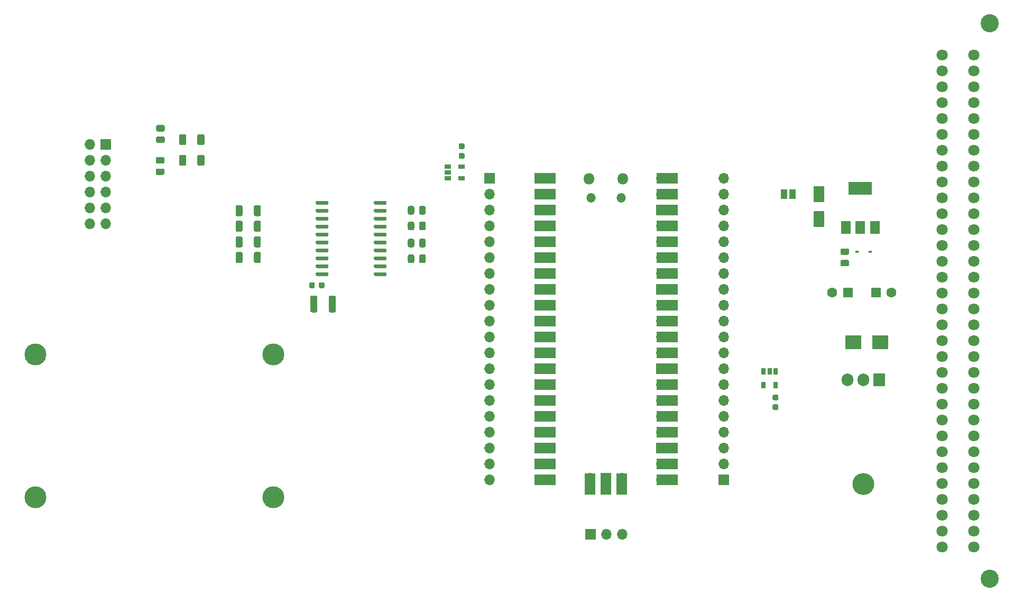
<source format=gbr>
%TF.GenerationSoftware,KiCad,Pcbnew,5.1.10-88a1d61d58~90~ubuntu20.04.1*%
%TF.CreationDate,2021-11-12T13:44:28+01:00*%
%TF.ProjectId,PrawnBlaster,50726177-6e42-46c6-9173-7465722e6b69,v1.0*%
%TF.SameCoordinates,Original*%
%TF.FileFunction,Soldermask,Top*%
%TF.FilePolarity,Negative*%
%FSLAX45Y45*%
G04 Gerber Fmt 4.5, Leading zero omitted, Abs format (unit mm)*
G04 Created by KiCad (PCBNEW 5.1.10-88a1d61d58~90~ubuntu20.04.1) date 2021-11-12 13:44:28*
%MOMM*%
%LPD*%
G01*
G04 APERTURE LIST*
%ADD10C,3.500000*%
%ADD11R,1.000000X1.500000*%
%ADD12R,1.800000X2.500000*%
%ADD13R,0.650000X1.060000*%
%ADD14O,1.700000X1.700000*%
%ADD15R,1.700000X1.700000*%
%ADD16O,3.500000X3.500000*%
%ADD17R,1.905000X2.000000*%
%ADD18O,1.905000X2.000000*%
%ADD19R,1.700000X3.500000*%
%ADD20O,1.500000X1.500000*%
%ADD21O,1.800000X1.800000*%
%ADD22R,3.500000X1.700000*%
%ADD23R,1.060000X0.650000*%
%ADD24C,1.800000*%
%ADD25C,2.900000*%
%ADD26R,1.600000X1.600000*%
%ADD27C,1.600000*%
%ADD28R,0.600000X0.450000*%
%ADD29R,2.500000X2.300000*%
%ADD30R,3.800000X2.000000*%
%ADD31R,1.500000X2.000000*%
G04 APERTURE END LIST*
D10*
%TO.C,U6*%
X8351000Y-12946000D03*
X4541000Y-12946000D03*
X4541000Y-10660000D03*
X8351000Y-10660000D03*
%TD*%
%TO.C,R11*%
G36*
G01*
X7137500Y-7282500D02*
X7137500Y-7157500D01*
G75*
G02*
X7162500Y-7132500I25000J0D01*
G01*
X7225000Y-7132500D01*
G75*
G02*
X7250000Y-7157500I0J-25000D01*
G01*
X7250000Y-7282500D01*
G75*
G02*
X7225000Y-7307500I-25000J0D01*
G01*
X7162500Y-7307500D01*
G75*
G02*
X7137500Y-7282500I0J25000D01*
G01*
G37*
G36*
G01*
X6845000Y-7282500D02*
X6845000Y-7157500D01*
G75*
G02*
X6870000Y-7132500I25000J0D01*
G01*
X6932500Y-7132500D01*
G75*
G02*
X6957500Y-7157500I0J-25000D01*
G01*
X6957500Y-7282500D01*
G75*
G02*
X6932500Y-7307500I-25000J0D01*
G01*
X6870000Y-7307500D01*
G75*
G02*
X6845000Y-7282500I0J25000D01*
G01*
G37*
%TD*%
%TO.C,R10*%
G36*
G01*
X7137500Y-7612500D02*
X7137500Y-7487500D01*
G75*
G02*
X7162500Y-7462500I25000J0D01*
G01*
X7225000Y-7462500D01*
G75*
G02*
X7250000Y-7487500I0J-25000D01*
G01*
X7250000Y-7612500D01*
G75*
G02*
X7225000Y-7637500I-25000J0D01*
G01*
X7162500Y-7637500D01*
G75*
G02*
X7137500Y-7612500I0J25000D01*
G01*
G37*
G36*
G01*
X6845000Y-7612500D02*
X6845000Y-7487500D01*
G75*
G02*
X6870000Y-7462500I25000J0D01*
G01*
X6932500Y-7462500D01*
G75*
G02*
X6957500Y-7487500I0J-25000D01*
G01*
X6957500Y-7612500D01*
G75*
G02*
X6932500Y-7637500I-25000J0D01*
G01*
X6870000Y-7637500D01*
G75*
G02*
X6845000Y-7612500I0J25000D01*
G01*
G37*
%TD*%
D11*
%TO.C,JP1*%
X16665000Y-8090000D03*
X16535000Y-8090000D03*
%TD*%
D12*
%TO.C,D3*%
X17090000Y-8490000D03*
X17090000Y-8090000D03*
%TD*%
%TO.C,C6*%
G36*
G01*
X11395000Y-7370000D02*
X11345000Y-7370000D01*
G75*
G02*
X11322500Y-7347500I0J22500D01*
G01*
X11322500Y-7302500D01*
G75*
G02*
X11345000Y-7280000I22500J0D01*
G01*
X11395000Y-7280000D01*
G75*
G02*
X11417500Y-7302500I0J-22500D01*
G01*
X11417500Y-7347500D01*
G75*
G02*
X11395000Y-7370000I-22500J0D01*
G01*
G37*
G36*
G01*
X11395000Y-7525000D02*
X11345000Y-7525000D01*
G75*
G02*
X11322500Y-7502500I0J22500D01*
G01*
X11322500Y-7457500D01*
G75*
G02*
X11345000Y-7435000I22500J0D01*
G01*
X11395000Y-7435000D01*
G75*
G02*
X11417500Y-7457500I0J-22500D01*
G01*
X11417500Y-7502500D01*
G75*
G02*
X11395000Y-7525000I-22500J0D01*
G01*
G37*
%TD*%
%TO.C,C5*%
G36*
G01*
X16370000Y-11455500D02*
X16420000Y-11455500D01*
G75*
G02*
X16442500Y-11478000I0J-22500D01*
G01*
X16442500Y-11523000D01*
G75*
G02*
X16420000Y-11545500I-22500J0D01*
G01*
X16370000Y-11545500D01*
G75*
G02*
X16347500Y-11523000I0J22500D01*
G01*
X16347500Y-11478000D01*
G75*
G02*
X16370000Y-11455500I22500J0D01*
G01*
G37*
G36*
G01*
X16370000Y-11300500D02*
X16420000Y-11300500D01*
G75*
G02*
X16442500Y-11323000I0J-22500D01*
G01*
X16442500Y-11368000D01*
G75*
G02*
X16420000Y-11390500I-22500J0D01*
G01*
X16370000Y-11390500D01*
G75*
G02*
X16347500Y-11368000I0J22500D01*
G01*
X16347500Y-11323000D01*
G75*
G02*
X16370000Y-11300500I22500J0D01*
G01*
G37*
%TD*%
D13*
%TO.C,U5*%
X16395000Y-11150000D03*
X16205000Y-11150000D03*
X16205000Y-10930000D03*
X16300000Y-10930000D03*
X16395000Y-10930000D03*
%TD*%
%TO.C,C3*%
G36*
G01*
X9172500Y-9525000D02*
X9172500Y-9575000D01*
G75*
G02*
X9150000Y-9597500I-22500J0D01*
G01*
X9105000Y-9597500D01*
G75*
G02*
X9082500Y-9575000I0J22500D01*
G01*
X9082500Y-9525000D01*
G75*
G02*
X9105000Y-9502500I22500J0D01*
G01*
X9150000Y-9502500D01*
G75*
G02*
X9172500Y-9525000I0J-22500D01*
G01*
G37*
G36*
G01*
X9017500Y-9525000D02*
X9017500Y-9575000D01*
G75*
G02*
X8995000Y-9597500I-22500J0D01*
G01*
X8950000Y-9597500D01*
G75*
G02*
X8927500Y-9575000I0J22500D01*
G01*
X8927500Y-9525000D01*
G75*
G02*
X8950000Y-9502500I22500J0D01*
G01*
X8995000Y-9502500D01*
G75*
G02*
X9017500Y-9525000I0J-22500D01*
G01*
G37*
%TD*%
%TO.C,C4*%
G36*
G01*
X9355000Y-9740000D02*
X9355000Y-9960000D01*
G75*
G02*
X9330000Y-9985000I-25000J0D01*
G01*
X9265000Y-9985000D01*
G75*
G02*
X9240000Y-9960000I0J25000D01*
G01*
X9240000Y-9740000D01*
G75*
G02*
X9265000Y-9715000I25000J0D01*
G01*
X9330000Y-9715000D01*
G75*
G02*
X9355000Y-9740000I0J-25000D01*
G01*
G37*
G36*
G01*
X9060000Y-9740000D02*
X9060000Y-9960000D01*
G75*
G02*
X9035000Y-9985000I-25000J0D01*
G01*
X8970000Y-9985000D01*
G75*
G02*
X8945000Y-9960000I0J25000D01*
G01*
X8945000Y-9740000D01*
G75*
G02*
X8970000Y-9715000I25000J0D01*
G01*
X9035000Y-9715000D01*
G75*
G02*
X9060000Y-9740000I0J-25000D01*
G01*
G37*
%TD*%
%TO.C,R6*%
G36*
G01*
X10507500Y-8395000D02*
X10507500Y-8305000D01*
G75*
G02*
X10532500Y-8280000I25000J0D01*
G01*
X10585000Y-8280000D01*
G75*
G02*
X10610000Y-8305000I0J-25000D01*
G01*
X10610000Y-8395000D01*
G75*
G02*
X10585000Y-8420000I-25000J0D01*
G01*
X10532500Y-8420000D01*
G75*
G02*
X10507500Y-8395000I0J25000D01*
G01*
G37*
G36*
G01*
X10690000Y-8395000D02*
X10690000Y-8305000D01*
G75*
G02*
X10715000Y-8280000I25000J0D01*
G01*
X10767500Y-8280000D01*
G75*
G02*
X10792500Y-8305000I0J-25000D01*
G01*
X10792500Y-8395000D01*
G75*
G02*
X10767500Y-8420000I-25000J0D01*
G01*
X10715000Y-8420000D01*
G75*
G02*
X10690000Y-8395000I0J25000D01*
G01*
G37*
%TD*%
%TO.C,R8*%
G36*
G01*
X10507500Y-8920000D02*
X10507500Y-8830000D01*
G75*
G02*
X10532500Y-8805000I25000J0D01*
G01*
X10585000Y-8805000D01*
G75*
G02*
X10610000Y-8830000I0J-25000D01*
G01*
X10610000Y-8920000D01*
G75*
G02*
X10585000Y-8945000I-25000J0D01*
G01*
X10532500Y-8945000D01*
G75*
G02*
X10507500Y-8920000I0J25000D01*
G01*
G37*
G36*
G01*
X10690000Y-8920000D02*
X10690000Y-8830000D01*
G75*
G02*
X10715000Y-8805000I25000J0D01*
G01*
X10767500Y-8805000D01*
G75*
G02*
X10792500Y-8830000I0J-25000D01*
G01*
X10792500Y-8920000D01*
G75*
G02*
X10767500Y-8945000I-25000J0D01*
G01*
X10715000Y-8945000D01*
G75*
G02*
X10690000Y-8920000I0J25000D01*
G01*
G37*
%TD*%
%TO.C,R3*%
G36*
G01*
X8153900Y-8793700D02*
X8153900Y-8918700D01*
G75*
G02*
X8128900Y-8943700I-25000J0D01*
G01*
X8066400Y-8943700D01*
G75*
G02*
X8041400Y-8918700I0J25000D01*
G01*
X8041400Y-8793700D01*
G75*
G02*
X8066400Y-8768700I25000J0D01*
G01*
X8128900Y-8768700D01*
G75*
G02*
X8153900Y-8793700I0J-25000D01*
G01*
G37*
G36*
G01*
X7861400Y-8793700D02*
X7861400Y-8918700D01*
G75*
G02*
X7836400Y-8943700I-25000J0D01*
G01*
X7773900Y-8943700D01*
G75*
G02*
X7748900Y-8918700I0J25000D01*
G01*
X7748900Y-8793700D01*
G75*
G02*
X7773900Y-8768700I25000J0D01*
G01*
X7836400Y-8768700D01*
G75*
G02*
X7861400Y-8793700I0J-25000D01*
G01*
G37*
%TD*%
%TO.C,R1*%
G36*
G01*
X8153900Y-8293700D02*
X8153900Y-8418700D01*
G75*
G02*
X8128900Y-8443700I-25000J0D01*
G01*
X8066400Y-8443700D01*
G75*
G02*
X8041400Y-8418700I0J25000D01*
G01*
X8041400Y-8293700D01*
G75*
G02*
X8066400Y-8268700I25000J0D01*
G01*
X8128900Y-8268700D01*
G75*
G02*
X8153900Y-8293700I0J-25000D01*
G01*
G37*
G36*
G01*
X7861400Y-8293700D02*
X7861400Y-8418700D01*
G75*
G02*
X7836400Y-8443700I-25000J0D01*
G01*
X7773900Y-8443700D01*
G75*
G02*
X7748900Y-8418700I0J25000D01*
G01*
X7748900Y-8293700D01*
G75*
G02*
X7773900Y-8268700I25000J0D01*
G01*
X7836400Y-8268700D01*
G75*
G02*
X7861400Y-8293700I0J-25000D01*
G01*
G37*
%TD*%
%TO.C,U4*%
G36*
G01*
X10167500Y-9356500D02*
X10167500Y-9386500D01*
G75*
G02*
X10152500Y-9401500I-15000J0D01*
G01*
X9977500Y-9401500D01*
G75*
G02*
X9962500Y-9386500I0J15000D01*
G01*
X9962500Y-9356500D01*
G75*
G02*
X9977500Y-9341500I15000J0D01*
G01*
X10152500Y-9341500D01*
G75*
G02*
X10167500Y-9356500I0J-15000D01*
G01*
G37*
G36*
G01*
X10167500Y-9229500D02*
X10167500Y-9259500D01*
G75*
G02*
X10152500Y-9274500I-15000J0D01*
G01*
X9977500Y-9274500D01*
G75*
G02*
X9962500Y-9259500I0J15000D01*
G01*
X9962500Y-9229500D01*
G75*
G02*
X9977500Y-9214500I15000J0D01*
G01*
X10152500Y-9214500D01*
G75*
G02*
X10167500Y-9229500I0J-15000D01*
G01*
G37*
G36*
G01*
X10167500Y-9102500D02*
X10167500Y-9132500D01*
G75*
G02*
X10152500Y-9147500I-15000J0D01*
G01*
X9977500Y-9147500D01*
G75*
G02*
X9962500Y-9132500I0J15000D01*
G01*
X9962500Y-9102500D01*
G75*
G02*
X9977500Y-9087500I15000J0D01*
G01*
X10152500Y-9087500D01*
G75*
G02*
X10167500Y-9102500I0J-15000D01*
G01*
G37*
G36*
G01*
X10167500Y-8975500D02*
X10167500Y-9005500D01*
G75*
G02*
X10152500Y-9020500I-15000J0D01*
G01*
X9977500Y-9020500D01*
G75*
G02*
X9962500Y-9005500I0J15000D01*
G01*
X9962500Y-8975500D01*
G75*
G02*
X9977500Y-8960500I15000J0D01*
G01*
X10152500Y-8960500D01*
G75*
G02*
X10167500Y-8975500I0J-15000D01*
G01*
G37*
G36*
G01*
X10167500Y-8848500D02*
X10167500Y-8878500D01*
G75*
G02*
X10152500Y-8893500I-15000J0D01*
G01*
X9977500Y-8893500D01*
G75*
G02*
X9962500Y-8878500I0J15000D01*
G01*
X9962500Y-8848500D01*
G75*
G02*
X9977500Y-8833500I15000J0D01*
G01*
X10152500Y-8833500D01*
G75*
G02*
X10167500Y-8848500I0J-15000D01*
G01*
G37*
G36*
G01*
X10167500Y-8721500D02*
X10167500Y-8751500D01*
G75*
G02*
X10152500Y-8766500I-15000J0D01*
G01*
X9977500Y-8766500D01*
G75*
G02*
X9962500Y-8751500I0J15000D01*
G01*
X9962500Y-8721500D01*
G75*
G02*
X9977500Y-8706500I15000J0D01*
G01*
X10152500Y-8706500D01*
G75*
G02*
X10167500Y-8721500I0J-15000D01*
G01*
G37*
G36*
G01*
X10167500Y-8594500D02*
X10167500Y-8624500D01*
G75*
G02*
X10152500Y-8639500I-15000J0D01*
G01*
X9977500Y-8639500D01*
G75*
G02*
X9962500Y-8624500I0J15000D01*
G01*
X9962500Y-8594500D01*
G75*
G02*
X9977500Y-8579500I15000J0D01*
G01*
X10152500Y-8579500D01*
G75*
G02*
X10167500Y-8594500I0J-15000D01*
G01*
G37*
G36*
G01*
X10167500Y-8467500D02*
X10167500Y-8497500D01*
G75*
G02*
X10152500Y-8512500I-15000J0D01*
G01*
X9977500Y-8512500D01*
G75*
G02*
X9962500Y-8497500I0J15000D01*
G01*
X9962500Y-8467500D01*
G75*
G02*
X9977500Y-8452500I15000J0D01*
G01*
X10152500Y-8452500D01*
G75*
G02*
X10167500Y-8467500I0J-15000D01*
G01*
G37*
G36*
G01*
X10167500Y-8340500D02*
X10167500Y-8370500D01*
G75*
G02*
X10152500Y-8385500I-15000J0D01*
G01*
X9977500Y-8385500D01*
G75*
G02*
X9962500Y-8370500I0J15000D01*
G01*
X9962500Y-8340500D01*
G75*
G02*
X9977500Y-8325500I15000J0D01*
G01*
X10152500Y-8325500D01*
G75*
G02*
X10167500Y-8340500I0J-15000D01*
G01*
G37*
G36*
G01*
X10167500Y-8213500D02*
X10167500Y-8243500D01*
G75*
G02*
X10152500Y-8258500I-15000J0D01*
G01*
X9977500Y-8258500D01*
G75*
G02*
X9962500Y-8243500I0J15000D01*
G01*
X9962500Y-8213500D01*
G75*
G02*
X9977500Y-8198500I15000J0D01*
G01*
X10152500Y-8198500D01*
G75*
G02*
X10167500Y-8213500I0J-15000D01*
G01*
G37*
G36*
G01*
X9237500Y-8213500D02*
X9237500Y-8243500D01*
G75*
G02*
X9222500Y-8258500I-15000J0D01*
G01*
X9047500Y-8258500D01*
G75*
G02*
X9032500Y-8243500I0J15000D01*
G01*
X9032500Y-8213500D01*
G75*
G02*
X9047500Y-8198500I15000J0D01*
G01*
X9222500Y-8198500D01*
G75*
G02*
X9237500Y-8213500I0J-15000D01*
G01*
G37*
G36*
G01*
X9237500Y-8340500D02*
X9237500Y-8370500D01*
G75*
G02*
X9222500Y-8385500I-15000J0D01*
G01*
X9047500Y-8385500D01*
G75*
G02*
X9032500Y-8370500I0J15000D01*
G01*
X9032500Y-8340500D01*
G75*
G02*
X9047500Y-8325500I15000J0D01*
G01*
X9222500Y-8325500D01*
G75*
G02*
X9237500Y-8340500I0J-15000D01*
G01*
G37*
G36*
G01*
X9237500Y-8467500D02*
X9237500Y-8497500D01*
G75*
G02*
X9222500Y-8512500I-15000J0D01*
G01*
X9047500Y-8512500D01*
G75*
G02*
X9032500Y-8497500I0J15000D01*
G01*
X9032500Y-8467500D01*
G75*
G02*
X9047500Y-8452500I15000J0D01*
G01*
X9222500Y-8452500D01*
G75*
G02*
X9237500Y-8467500I0J-15000D01*
G01*
G37*
G36*
G01*
X9237500Y-8594500D02*
X9237500Y-8624500D01*
G75*
G02*
X9222500Y-8639500I-15000J0D01*
G01*
X9047500Y-8639500D01*
G75*
G02*
X9032500Y-8624500I0J15000D01*
G01*
X9032500Y-8594500D01*
G75*
G02*
X9047500Y-8579500I15000J0D01*
G01*
X9222500Y-8579500D01*
G75*
G02*
X9237500Y-8594500I0J-15000D01*
G01*
G37*
G36*
G01*
X9237500Y-8721500D02*
X9237500Y-8751500D01*
G75*
G02*
X9222500Y-8766500I-15000J0D01*
G01*
X9047500Y-8766500D01*
G75*
G02*
X9032500Y-8751500I0J15000D01*
G01*
X9032500Y-8721500D01*
G75*
G02*
X9047500Y-8706500I15000J0D01*
G01*
X9222500Y-8706500D01*
G75*
G02*
X9237500Y-8721500I0J-15000D01*
G01*
G37*
G36*
G01*
X9237500Y-8848500D02*
X9237500Y-8878500D01*
G75*
G02*
X9222500Y-8893500I-15000J0D01*
G01*
X9047500Y-8893500D01*
G75*
G02*
X9032500Y-8878500I0J15000D01*
G01*
X9032500Y-8848500D01*
G75*
G02*
X9047500Y-8833500I15000J0D01*
G01*
X9222500Y-8833500D01*
G75*
G02*
X9237500Y-8848500I0J-15000D01*
G01*
G37*
G36*
G01*
X9237500Y-8975500D02*
X9237500Y-9005500D01*
G75*
G02*
X9222500Y-9020500I-15000J0D01*
G01*
X9047500Y-9020500D01*
G75*
G02*
X9032500Y-9005500I0J15000D01*
G01*
X9032500Y-8975500D01*
G75*
G02*
X9047500Y-8960500I15000J0D01*
G01*
X9222500Y-8960500D01*
G75*
G02*
X9237500Y-8975500I0J-15000D01*
G01*
G37*
G36*
G01*
X9237500Y-9102500D02*
X9237500Y-9132500D01*
G75*
G02*
X9222500Y-9147500I-15000J0D01*
G01*
X9047500Y-9147500D01*
G75*
G02*
X9032500Y-9132500I0J15000D01*
G01*
X9032500Y-9102500D01*
G75*
G02*
X9047500Y-9087500I15000J0D01*
G01*
X9222500Y-9087500D01*
G75*
G02*
X9237500Y-9102500I0J-15000D01*
G01*
G37*
G36*
G01*
X9237500Y-9229500D02*
X9237500Y-9259500D01*
G75*
G02*
X9222500Y-9274500I-15000J0D01*
G01*
X9047500Y-9274500D01*
G75*
G02*
X9032500Y-9259500I0J15000D01*
G01*
X9032500Y-9229500D01*
G75*
G02*
X9047500Y-9214500I15000J0D01*
G01*
X9222500Y-9214500D01*
G75*
G02*
X9237500Y-9229500I0J-15000D01*
G01*
G37*
G36*
G01*
X9237500Y-9356500D02*
X9237500Y-9386500D01*
G75*
G02*
X9222500Y-9401500I-15000J0D01*
G01*
X9047500Y-9401500D01*
G75*
G02*
X9032500Y-9386500I0J15000D01*
G01*
X9032500Y-9356500D01*
G75*
G02*
X9047500Y-9341500I15000J0D01*
G01*
X9222500Y-9341500D01*
G75*
G02*
X9237500Y-9356500I0J-15000D01*
G01*
G37*
%TD*%
%TO.C,R4*%
G36*
G01*
X8153900Y-9043700D02*
X8153900Y-9168700D01*
G75*
G02*
X8128900Y-9193700I-25000J0D01*
G01*
X8066400Y-9193700D01*
G75*
G02*
X8041400Y-9168700I0J25000D01*
G01*
X8041400Y-9043700D01*
G75*
G02*
X8066400Y-9018700I25000J0D01*
G01*
X8128900Y-9018700D01*
G75*
G02*
X8153900Y-9043700I0J-25000D01*
G01*
G37*
G36*
G01*
X7861400Y-9043700D02*
X7861400Y-9168700D01*
G75*
G02*
X7836400Y-9193700I-25000J0D01*
G01*
X7773900Y-9193700D01*
G75*
G02*
X7748900Y-9168700I0J25000D01*
G01*
X7748900Y-9043700D01*
G75*
G02*
X7773900Y-9018700I25000J0D01*
G01*
X7836400Y-9018700D01*
G75*
G02*
X7861400Y-9043700I0J-25000D01*
G01*
G37*
%TD*%
%TO.C,R7*%
G36*
G01*
X10507500Y-8645000D02*
X10507500Y-8555000D01*
G75*
G02*
X10532500Y-8530000I25000J0D01*
G01*
X10585000Y-8530000D01*
G75*
G02*
X10610000Y-8555000I0J-25000D01*
G01*
X10610000Y-8645000D01*
G75*
G02*
X10585000Y-8670000I-25000J0D01*
G01*
X10532500Y-8670000D01*
G75*
G02*
X10507500Y-8645000I0J25000D01*
G01*
G37*
G36*
G01*
X10690000Y-8645000D02*
X10690000Y-8555000D01*
G75*
G02*
X10715000Y-8530000I25000J0D01*
G01*
X10767500Y-8530000D01*
G75*
G02*
X10792500Y-8555000I0J-25000D01*
G01*
X10792500Y-8645000D01*
G75*
G02*
X10767500Y-8670000I-25000J0D01*
G01*
X10715000Y-8670000D01*
G75*
G02*
X10690000Y-8645000I0J25000D01*
G01*
G37*
%TD*%
%TO.C,R2*%
G36*
G01*
X8153900Y-8543700D02*
X8153900Y-8668700D01*
G75*
G02*
X8128900Y-8693700I-25000J0D01*
G01*
X8066400Y-8693700D01*
G75*
G02*
X8041400Y-8668700I0J25000D01*
G01*
X8041400Y-8543700D01*
G75*
G02*
X8066400Y-8518700I25000J0D01*
G01*
X8128900Y-8518700D01*
G75*
G02*
X8153900Y-8543700I0J-25000D01*
G01*
G37*
G36*
G01*
X7861400Y-8543700D02*
X7861400Y-8668700D01*
G75*
G02*
X7836400Y-8693700I-25000J0D01*
G01*
X7773900Y-8693700D01*
G75*
G02*
X7748900Y-8668700I0J25000D01*
G01*
X7748900Y-8543700D01*
G75*
G02*
X7773900Y-8518700I25000J0D01*
G01*
X7836400Y-8518700D01*
G75*
G02*
X7861400Y-8543700I0J-25000D01*
G01*
G37*
%TD*%
%TO.C,R9*%
G36*
G01*
X10507500Y-9170000D02*
X10507500Y-9080000D01*
G75*
G02*
X10532500Y-9055000I25000J0D01*
G01*
X10585000Y-9055000D01*
G75*
G02*
X10610000Y-9080000I0J-25000D01*
G01*
X10610000Y-9170000D01*
G75*
G02*
X10585000Y-9195000I-25000J0D01*
G01*
X10532500Y-9195000D01*
G75*
G02*
X10507500Y-9170000I0J25000D01*
G01*
G37*
G36*
G01*
X10690000Y-9170000D02*
X10690000Y-9080000D01*
G75*
G02*
X10715000Y-9055000I25000J0D01*
G01*
X10767500Y-9055000D01*
G75*
G02*
X10792500Y-9080000I0J-25000D01*
G01*
X10792500Y-9170000D01*
G75*
G02*
X10767500Y-9195000I-25000J0D01*
G01*
X10715000Y-9195000D01*
G75*
G02*
X10690000Y-9170000I0J25000D01*
G01*
G37*
%TD*%
%TO.C,R17*%
G36*
G01*
X6590250Y-7088750D02*
X6500250Y-7088750D01*
G75*
G02*
X6475250Y-7063750I0J25000D01*
G01*
X6475250Y-7011250D01*
G75*
G02*
X6500250Y-6986250I25000J0D01*
G01*
X6590250Y-6986250D01*
G75*
G02*
X6615250Y-7011250I0J-25000D01*
G01*
X6615250Y-7063750D01*
G75*
G02*
X6590250Y-7088750I-25000J0D01*
G01*
G37*
G36*
G01*
X6590250Y-7271250D02*
X6500250Y-7271250D01*
G75*
G02*
X6475250Y-7246250I0J25000D01*
G01*
X6475250Y-7193750D01*
G75*
G02*
X6500250Y-7168750I25000J0D01*
G01*
X6590250Y-7168750D01*
G75*
G02*
X6615250Y-7193750I0J-25000D01*
G01*
X6615250Y-7246250D01*
G75*
G02*
X6590250Y-7271250I-25000J0D01*
G01*
G37*
%TD*%
%TO.C,R16*%
G36*
G01*
X6495000Y-7681250D02*
X6585000Y-7681250D01*
G75*
G02*
X6610000Y-7706250I0J-25000D01*
G01*
X6610000Y-7758750D01*
G75*
G02*
X6585000Y-7783750I-25000J0D01*
G01*
X6495000Y-7783750D01*
G75*
G02*
X6470000Y-7758750I0J25000D01*
G01*
X6470000Y-7706250D01*
G75*
G02*
X6495000Y-7681250I25000J0D01*
G01*
G37*
G36*
G01*
X6495000Y-7498750D02*
X6585000Y-7498750D01*
G75*
G02*
X6610000Y-7523750I0J-25000D01*
G01*
X6610000Y-7576250D01*
G75*
G02*
X6585000Y-7601250I-25000J0D01*
G01*
X6495000Y-7601250D01*
G75*
G02*
X6470000Y-7576250I0J25000D01*
G01*
X6470000Y-7523750D01*
G75*
G02*
X6495000Y-7498750I25000J0D01*
G01*
G37*
%TD*%
D14*
%TO.C,J10*%
X11820000Y-12666000D03*
X11820000Y-12412000D03*
X11820000Y-12158000D03*
X11820000Y-11904000D03*
X11820000Y-11650000D03*
X11820000Y-11396000D03*
X11820000Y-11142000D03*
X11820000Y-10888000D03*
X11820000Y-10634000D03*
X11820000Y-10380000D03*
X11820000Y-10126000D03*
X11820000Y-9872000D03*
X11820000Y-9618000D03*
X11820000Y-9364000D03*
X11820000Y-9110000D03*
X11820000Y-8856000D03*
X11820000Y-8602000D03*
X11820000Y-8348000D03*
X11820000Y-8094000D03*
D15*
X11820000Y-7840000D03*
%TD*%
D14*
%TO.C,J1*%
X5416000Y-8570000D03*
X5670000Y-8570000D03*
X5416000Y-8316000D03*
X5670000Y-8316000D03*
X5416000Y-8062000D03*
X5670000Y-8062000D03*
X5416000Y-7808000D03*
X5670000Y-7808000D03*
X5416000Y-7554000D03*
X5670000Y-7554000D03*
X5416000Y-7300000D03*
D15*
X5670000Y-7300000D03*
%TD*%
D16*
%TO.C,U3*%
X17800000Y-12729000D03*
D17*
X18054000Y-11063000D03*
D18*
X17800000Y-11063000D03*
X17546000Y-11063000D03*
%TD*%
D14*
%TO.C,U1*%
X13934000Y-12640000D03*
D19*
X13934000Y-12730000D03*
D15*
X13680000Y-12640000D03*
D19*
X13680000Y-12730000D03*
D14*
X13426000Y-12640000D03*
D19*
X13426000Y-12730000D03*
D20*
X13922500Y-8153000D03*
X13437500Y-8153000D03*
D21*
X13952500Y-7850000D03*
X13407500Y-7850000D03*
D22*
X14659000Y-12663000D03*
X14659000Y-12409000D03*
X14659000Y-12155000D03*
X14659000Y-11901000D03*
X14659000Y-11647000D03*
X14659000Y-11393000D03*
X14659000Y-11139000D03*
X14659000Y-10885000D03*
X14659000Y-10631000D03*
X14659000Y-10377000D03*
X14659000Y-10123000D03*
X14659000Y-9869000D03*
X14659000Y-9615000D03*
X14659000Y-9361000D03*
X14659000Y-9107000D03*
X14659000Y-8853000D03*
X14659000Y-8599000D03*
X14659000Y-8345000D03*
X14659000Y-8091000D03*
X14659000Y-7837000D03*
X12701000Y-12663000D03*
X12701000Y-12409000D03*
X12701000Y-12155000D03*
X12701000Y-11901000D03*
X12701000Y-11647000D03*
X12701000Y-11393000D03*
X12701000Y-11139000D03*
X12701000Y-10885000D03*
X12701000Y-10631000D03*
X12701000Y-10377000D03*
X12701000Y-10123000D03*
X12701000Y-9869000D03*
X12701000Y-9615000D03*
X12701000Y-9361000D03*
X12701000Y-9107000D03*
X12701000Y-8853000D03*
X12701000Y-8599000D03*
X12701000Y-8345000D03*
X12701000Y-8091000D03*
X12701000Y-7837000D03*
D14*
X14569000Y-7837000D03*
X14569000Y-8091000D03*
D15*
X14569000Y-8345000D03*
D14*
X14569000Y-8599000D03*
X14569000Y-8853000D03*
X14569000Y-9107000D03*
X14569000Y-9361000D03*
D15*
X14569000Y-9615000D03*
D14*
X14569000Y-9869000D03*
X14569000Y-10123000D03*
X14569000Y-10377000D03*
X14569000Y-10631000D03*
D15*
X14569000Y-10885000D03*
D14*
X14569000Y-11139000D03*
X14569000Y-11393000D03*
X14569000Y-11647000D03*
X14569000Y-11901000D03*
D15*
X14569000Y-12155000D03*
D14*
X14569000Y-12409000D03*
X14569000Y-12663000D03*
X12791000Y-12663000D03*
X12791000Y-12409000D03*
D15*
X12791000Y-12155000D03*
D14*
X12791000Y-11901000D03*
X12791000Y-11647000D03*
X12791000Y-11393000D03*
X12791000Y-11139000D03*
D15*
X12791000Y-10885000D03*
D14*
X12791000Y-10631000D03*
X12791000Y-10377000D03*
X12791000Y-10123000D03*
X12791000Y-9869000D03*
D15*
X12791000Y-9615000D03*
D14*
X12791000Y-9361000D03*
X12791000Y-9107000D03*
X12791000Y-8853000D03*
X12791000Y-8599000D03*
D15*
X12791000Y-8345000D03*
D14*
X12791000Y-8091000D03*
X12791000Y-7837000D03*
%TD*%
%TO.C,J9*%
X13938000Y-13540000D03*
X13684000Y-13540000D03*
D15*
X13430000Y-13540000D03*
%TD*%
D14*
%TO.C,J8*%
X15570000Y-7837000D03*
X15570000Y-8091000D03*
X15570000Y-8345000D03*
X15570000Y-8599000D03*
X15570000Y-8853000D03*
X15570000Y-9107000D03*
X15570000Y-9361000D03*
X15570000Y-9615000D03*
X15570000Y-9869000D03*
X15570000Y-10123000D03*
X15570000Y-10377000D03*
X15570000Y-10631000D03*
X15570000Y-10885000D03*
X15570000Y-11139000D03*
X15570000Y-11393000D03*
X15570000Y-11647000D03*
X15570000Y-11901000D03*
X15570000Y-12155000D03*
X15570000Y-12409000D03*
D15*
X15570000Y-12663000D03*
%TD*%
D23*
%TO.C,U2*%
X11370000Y-7650000D03*
X11370000Y-7840000D03*
X11150000Y-7840000D03*
X11150000Y-7745000D03*
X11150000Y-7650000D03*
%TD*%
D24*
%TO.C,J6*%
X19570000Y-5863000D03*
X19570000Y-6117000D03*
X19570000Y-6625000D03*
X19570000Y-6371000D03*
X19570000Y-6879000D03*
X19570000Y-7133000D03*
X19570000Y-7387000D03*
X19570000Y-7641000D03*
X19570000Y-7895000D03*
X19570000Y-8149000D03*
X19570000Y-8403000D03*
X19570000Y-8657000D03*
X19570000Y-8911000D03*
X19570000Y-9165000D03*
X19570000Y-9419000D03*
X19570000Y-9673000D03*
X19570000Y-9927000D03*
X19570000Y-10181000D03*
X19570000Y-10435000D03*
X19570000Y-10689000D03*
X19570000Y-10943000D03*
X19570000Y-11197000D03*
X19570000Y-11451000D03*
X19570000Y-11705000D03*
X19570000Y-11959000D03*
X19570000Y-12213000D03*
X19570000Y-12467000D03*
X19570000Y-12721000D03*
X19570000Y-12975000D03*
X19570000Y-13229000D03*
X19570000Y-13483000D03*
X19570000Y-13737000D03*
X19062000Y-5863000D03*
X19062000Y-6117000D03*
X19062000Y-6625000D03*
X19062000Y-6371000D03*
X19062000Y-6879000D03*
X19062000Y-7133000D03*
X19062000Y-7387000D03*
X19062000Y-7641000D03*
X19062000Y-7895000D03*
X19062000Y-8149000D03*
X19062000Y-8403000D03*
X19062000Y-8657000D03*
X19062000Y-8911000D03*
X19062000Y-9165000D03*
X19062000Y-9419000D03*
X19062000Y-9673000D03*
X19062000Y-9927000D03*
X19062000Y-10181000D03*
X19062000Y-10435000D03*
X19062000Y-10689000D03*
X19062000Y-10943000D03*
X19062000Y-11197000D03*
X19062000Y-11451000D03*
X19062000Y-11705000D03*
X19062000Y-11959000D03*
X19062000Y-12213000D03*
X19062000Y-12467000D03*
X19062000Y-12721000D03*
X19062000Y-12975000D03*
X19062000Y-13229000D03*
X19062000Y-13483000D03*
X19062000Y-13737000D03*
D25*
X19824000Y-14245000D03*
X19824000Y-5355000D03*
%TD*%
D26*
%TO.C,C2*%
X17554000Y-9663000D03*
D27*
X17304000Y-9663000D03*
%TD*%
%TO.C,C1*%
X18254000Y-9663000D03*
D26*
X18004000Y-9663000D03*
%TD*%
D28*
%TO.C,D2*%
X17909000Y-9013000D03*
X17699000Y-9013000D03*
%TD*%
D29*
%TO.C,D1*%
X17639000Y-10463000D03*
X18069000Y-10463000D03*
%TD*%
D30*
%TO.C,Q1*%
X17754000Y-7998000D03*
D31*
X17754000Y-8628000D03*
X17984000Y-8628000D03*
X17524000Y-8628000D03*
%TD*%
%TO.C,R5*%
G36*
G01*
X17459000Y-8961750D02*
X17549000Y-8961750D01*
G75*
G02*
X17574000Y-8986750I0J-25000D01*
G01*
X17574000Y-9039250D01*
G75*
G02*
X17549000Y-9064250I-25000J0D01*
G01*
X17459000Y-9064250D01*
G75*
G02*
X17434000Y-9039250I0J25000D01*
G01*
X17434000Y-8986750D01*
G75*
G02*
X17459000Y-8961750I25000J0D01*
G01*
G37*
G36*
G01*
X17459000Y-9144250D02*
X17549000Y-9144250D01*
G75*
G02*
X17574000Y-9169250I0J-25000D01*
G01*
X17574000Y-9221750D01*
G75*
G02*
X17549000Y-9246750I-25000J0D01*
G01*
X17459000Y-9246750D01*
G75*
G02*
X17434000Y-9221750I0J25000D01*
G01*
X17434000Y-9169250D01*
G75*
G02*
X17459000Y-9144250I25000J0D01*
G01*
G37*
%TD*%
M02*

</source>
